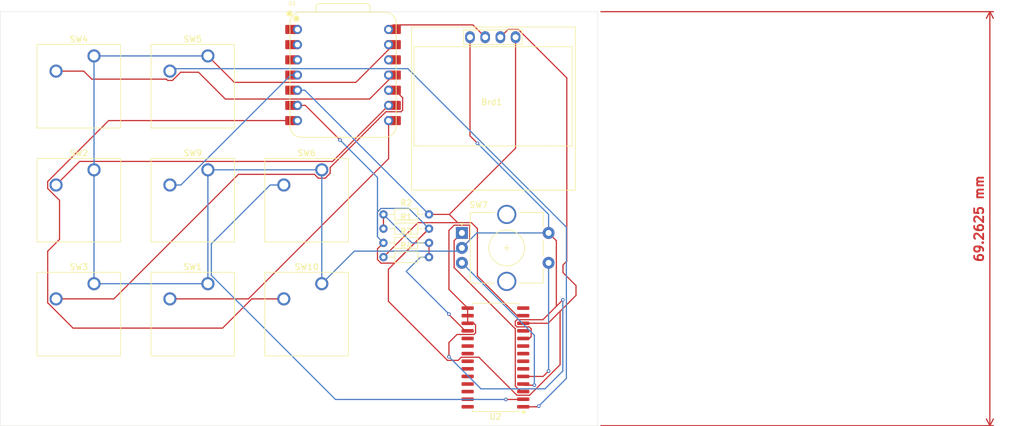
<source format=kicad_pcb>
(kicad_pcb (version 20240108) (generator "pcbnew") (generator_version "8.0")
  (layers (0 "F.Cu" signal) (31 "B.Cu" signal) (34 "B.Paste" user) (35 "F.Paste" user) (36 "B.SilkS" user "B.Silkscreen") (37 "F.SilkS" user "F.Silkscreen") (38 "B.Mask" user) (39 "F.Mask" user) (44 "Edge.Cuts" user))
  (net 0 "")
  (net 1 "GND")
  (net 2 "Net-(U2-GPB2)")
  (net 6 "Net-(U2-GPB5)")
  (net 7 "Net-(U2-GPB4)")
  (net 9 "Net-(U2-GPB3)")
  (net 14 "Net-(U2-GPB7)")
  (net 16 "Net-(Brd1-SCL)")
  (net 19 "Net-(U2-GPB6)")
  (net 20 "Net-(U2-GPB0)")
  (net 22 "Net-(U2-GPB1)")
  (net 23 "+3.3V")
  (net 25 "+5V")
  (net 26 "Net-(U1-GPIO1{slash}RX)")
  (net 27 "Net-(U1-GPIO2{slash}SCK)")
  (net 28 "Net-(U1-GPIO4{slash}MISO)")
  (net 29 "Net-(U1-GPIO3{slash}MOSI)")
  (net 33 "Net-(Brd1-SDA)")
  (net 34 "Net-(U1-GPIO29{slash}ADC3{slash}A3)")
  (net 35 "Net-(U1-GPIO0{slash}TX)")
  (footprint "helppls:SW_Cherry_MX_1.00u_PCB" (layer "F.Cu") (at 159.7025 104.4575)
    (property "Reference" "SW2" (at -2.54 -2.794 0) (layer "F.SilkS"))
    (property "Value" "SW_Push")
    (fp_line (start -9.525 -1.905) (end 4.445 -1.905) (stroke (width 0.12)) (layer "F.SilkS"))
    (fp_line (start -9.525 12.065) (end -9.525 -1.905) (stroke (width 0.12)) (layer "F.SilkS"))
    (fp_line (start 4.445 -1.905) (end 4.445 12.065) (stroke (width 0.12)) (layer "F.SilkS"))
    (fp_line (start 4.445 12.065) (end -9.525 12.065) (stroke (width 0.12)) (layer "F.SilkS"))
    (pad "" np_thru_hole circle (at -7.62 5.08) (size 1.7 1.7) (drill 1.7) (layers "*.Cu" "*.Mask"))
    (pad "" np_thru_hole circle (at -2.54 5.08) (size 4 4) (drill 4) (layers "*.Cu" "*.Mask"))
    (pad "" np_thru_hole circle (at 2.54 5.08) (size 1.7 1.7) (drill 1.7) (layers "*.Cu" "*.Mask"))
    (pad "1" thru_hole circle (at 0 0) (size 2.2 2.2) (drill 1.5) (layers "*.Cu" "*.Mask") (net 1 "GND"))
    (pad "2" thru_hole circle (at -6.35 2.54) (size 2.2 2.2) (drill 1.5) (layers "*.Cu" "*.Mask") (net 27 "Net-(U1-GPIO2{slash}SCK)"))
  )
  (footprint "Resistor_THT:R_Axial_DIN0204_L3.6mm_D1.6mm_P7.62mm_Horizontal" (layer "F.Cu") (at 208.12125 119.0625)
    (property "Reference" "R4" (at 3.81 -1.92 0) (layer "F.SilkS"))
    (property "Value" "R")
    (fp_line (start 0.94 0) (end 1.89 0) (stroke (width 0.12)) (layer "F.SilkS"))
    (fp_line (start 1.89 -0.92) (end 1.89 0.92) (stroke (width 0.12)) (layer "F.SilkS"))
    (fp_line (start 1.89 0.92) (end 5.73 0.92) (stroke (width 0.12)) (layer "F.SilkS"))
    (fp_line (start 5.73 -0.92) (end 1.89 -0.92) (stroke (width 0.12)) (layer "F.SilkS"))
    (fp_line (start 5.73 0.92) (end 5.73 -0.92) (stroke (width 0.12)) (layer "F.SilkS"))
    (fp_line (start 6.68 0) (end 5.73 0) (stroke (width 0.12)) (layer "F.SilkS"))
    (pad "1" thru_hole circle (at 0 0) (size 1.4 1.4) (drill 0.7) (layers "*.Cu" "*.Mask") (net 33 "Net-(Brd1-SDA)"))
    (pad "2" thru_hole oval (at 7.62 0) (size 1.4 1.4) (drill 0.7) (layers "*.Cu" "*.Mask") (net 23 "+3.3V"))
  )
  (footprint "Package_SO:SOIC-28W_7.5x17.9mm_P1.27mm" (layer "F.Cu") (at 226.85375 135.84375 180)
    (property "Reference" "U2" (at 0 -9.9 0) (layer "F.SilkS"))
    (property "Value" "MCP23017_SO")
    (fp_line (start 3.86 9.06) (end 3.86 8.815) (stroke (width 0.12)) (layer "F.SilkS"))
    (fp_line (start 3.86 -9.06) (end 3.86 -8.815) (stroke (width 0.12)) (layer "F.SilkS"))
    (fp_line (start 0 9.06) (end 3.86 9.06) (stroke (width 0.12)) (layer "F.SilkS"))
    (fp_line (start 0 9.06) (end -3.86 9.06) (stroke (width 0.12)) (layer "F.SilkS"))
    (fp_line (start 0 -9.06) (end 3.86 -9.06) (stroke (width 0.12)) (layer "F.SilkS"))
    (fp_line (start 0 -9.06) (end -3.86 -9.06) (stroke (width 0.12)) (layer "F.SilkS"))
    (fp_line (start -3.86 9.06) (end -3.86 8.815) (stroke (width 0.12)) (layer "F.SilkS"))
    (fp_line (start -3.86 -9.06) (end -3.86 -8.815) (stroke (width 0.12)) (layer "F.SilkS"))
    (fp_poly (pts (xy -4.7125 -8.815) (xy -5.0525 -9.285) (xy -4.3725 -9.285) (xy -4.7125 -8.815)) (stroke (width 0.12)) (fill solid) (layer "F.SilkS"))
    (pad "1" smd roundrect (at -4.65 -8.255 180) (size 2.05 0.6) (layers "F.Cu" "F.Paste" "F.Mask") (net 20 "Net-(U2-GPB0)"))
    (pad "2" smd roundrect (at -4.65 -6.985 180) (size 2.05 0.6) (layers "F.Cu" "F.Paste" "F.Mask") (net 22 "Net-(U2-GPB1)"))
    (pad "3" smd roundrect (at -4.65 -5.715 180) (size 2.05 0.6) (layers "F.Cu" "F.Paste" "F.Mask") (net 2 "Net-(U2-GPB2)"))
    (pad "4" smd roundrect (at -4.65 -4.445 180) (size 2.05 0.6) (layers "F.Cu" "F.Paste" "F.Mask") (net 9 "Net-(U2-GPB3)"))
    (pad "5" smd roundrect (at -4.65 -3.175 180) (size 2.05 0.6) (layers "F.Cu" "F.Paste" "F.Mask") (net 7 "Net-(U2-GPB4)"))
    (pad "6" smd roundrect (at -4.65 -1.905 180) (size 2.05 0.6) (layers "F.Cu" "F.Paste" "F.Mask") (net 6 "Net-(U2-GPB5)"))
    (pad "7" smd roundrect (at -4.65 -0.635 180) (size 2.05 0.6) (layers "F.Cu" "F.Paste" "F.Mask") (net 19 "Net-(U2-GPB6)"))
    (pad "8" smd roundrect (at -4.65 0.635 180) (size 2.05 0.6) (layers "F.Cu" "F.Paste" "F.Mask") (net 14 "Net-(U2-GPB7)"))
    (pad "9" smd roundrect (at -4.65 1.905 180) (size 2.05 0.6) (layers "F.Cu" "F.Paste" "F.Mask"))
    (pad "10" smd roundrect (at -4.65 3.175 180) (size 2.05 0.6) (layers "F.Cu" "F.Paste" "F.Mask") (net 1 "GND"))
    (pad "11" smd roundrect (at -4.65 4.445 180) (size 2.05 0.6) (layers "F.Cu" "F.Paste" "F.Mask"))
    (pad "12" smd roundrect (at -4.65 5.715 180) (size 2.05 0.6) (layers "F.Cu" "F.Paste" "F.Mask") (net 16 "Net-(Brd1-SCL)"))
    (pad "13" smd roundrect (at -4.65 6.985 180) (size 2.05 0.6) (layers "F.Cu" "F.Paste" "F.Mask") (net 33 "Net-(Brd1-SDA)"))
    (pad "14" smd roundrect (at -4.65 8.255 180) (size 2.05 0.6) (layers "F.Cu" "F.Paste" "F.Mask"))
    (pad "15" smd roundrect (at 4.65 8.255 180) (size 2.05 0.6) (layers "F.Cu" "F.Paste" "F.Mask") (net 1 "GND"))
    (pad "16" smd roundrect (at 4.65 6.985 180) (size 2.05 0.6) (layers "F.Cu" "F.Paste" "F.Mask") (net 1 "GND"))
    (pad "17" smd roundrect (at 4.65 5.715 180) (size 2.05 0.6) (layers "F.Cu" "F.Paste" "F.Mask") (net 1 "GND"))
    (pad "18" smd roundrect (at 4.65 4.445 180) (size 2.05 0.6) (layers "F.Cu" "F.Paste" "F.Mask") (net 23 "+3.3V"))
    (pad "19" smd roundrect (at 4.65 3.175 180) (size 2.05 0.6) (layers "F.Cu" "F.Paste" "F.Mask"))
    (pad "20" smd roundrect (at 4.65 1.905 180) (size 2.05 0.6) (layers "F.Cu" "F.Paste" "F.Mask"))
    (pad "21" smd roundrect (at 4.65 0.635 180) (size 2.05 0.6) (layers "F.Cu" "F.Paste" "F.Mask"))
    (pad "22" smd roundrect (at 4.65 -0.635 180) (size 2.05 0.6) (layers "F.Cu" "F.Paste" "F.Mask"))
    (pad "23" smd roundrect (at 4.65 -1.905 180) (size 2.05 0.6) (layers "F.Cu" "F.Paste" "F.Mask"))
    (pad "24" smd roundrect (at 4.65 -3.175 180) (size 2.05 0.6) (layers "F.Cu" "F.Paste" "F.Mask"))
    (pad "25" smd roundrect (at 4.65 -4.445 180) (size 2.05 0.6) (layers "F.Cu" "F.Paste" "F.Mask"))
    (pad "26" smd roundrect (at 4.65 -5.715 180) (size 2.05 0.6) (layers "F.Cu" "F.Paste" "F.Mask"))
    (pad "27" smd roundrect (at 4.65 -6.985 180) (size 2.05 0.6) (layers "F.Cu" "F.Paste" "F.Mask"))
    (pad "28" smd roundrect (at 4.65 -8.255 180) (size 2.05 0.6) (layers "F.Cu" "F.Paste" "F.Mask"))
  )
  (footprint "helppls:SW_Cherry_MX_1.00u_PCB" (layer "F.Cu") (at 159.7025 123.5075)
    (property "Reference" "SW3" (at -2.54 -2.794 0) (layer "F.SilkS"))
    (property "Value" "SW_Push")
    (fp_line (start -9.525 -1.905) (end 4.445 -1.905) (stroke (width 0.12)) (layer "F.SilkS"))
    (fp_line (start -9.525 12.065) (end -9.525 -1.905) (stroke (width 0.12)) (layer "F.SilkS"))
    (fp_line (start 4.445 -1.905) (end 4.445 12.065) (stroke (width 0.12)) (layer "F.SilkS"))
    (fp_line (start 4.445 12.065) (end -9.525 12.065) (stroke (width 0.12)) (layer "F.SilkS"))
    (pad "" np_thru_hole circle (at -7.62 5.08) (size 1.7 1.7) (drill 1.7) (layers "*.Cu" "*.Mask"))
    (pad "" np_thru_hole circle (at -2.54 5.08) (size 4 4) (drill 4) (layers "*.Cu" "*.Mask"))
    (pad "" np_thru_hole circle (at 2.54 5.08) (size 1.7 1.7) (drill 1.7) (layers "*.Cu" "*.Mask"))
    (pad "1" thru_hole circle (at 0 0) (size 2.2 2.2) (drill 1.5) (layers "*.Cu" "*.Mask") (net 1 "GND"))
    (pad "2" thru_hole circle (at -6.35 2.54) (size 2.2 2.2) (drill 1.5) (layers "*.Cu" "*.Mask") (net 28 "Net-(U1-GPIO4{slash}MISO)"))
  )
  (footprint "Resistor_THT:R_Axial_DIN0204_L3.6mm_D1.6mm_P7.62mm_Horizontal" (layer "F.Cu") (at 208.12125 116.68125)
    (property "Reference" "R3" (at 3.81 -1.92 0) (layer "F.SilkS"))
    (property "Value" "R")
    (fp_line (start 0.94 0) (end 1.89 0) (stroke (width 0.12)) (layer "F.SilkS"))
    (fp_line (start 1.89 -0.92) (end 1.89 0.92) (stroke (width 0.12)) (layer "F.SilkS"))
    (fp_line (start 1.89 0.92) (end 5.73 0.92) (stroke (width 0.12)) (layer "F.SilkS"))
    (fp_line (start 5.73 -0.92) (end 1.89 -0.92) (stroke (width 0.12)) (layer "F.SilkS"))
    (fp_line (start 5.73 0.92) (end 5.73 -0.92) (stroke (width 0.12)) (layer "F.SilkS"))
    (fp_line (start 6.68 0) (end 5.73 0) (stroke (width 0.12)) (layer "F.SilkS"))
    (pad "1" thru_hole circle (at 0 0) (size 1.4 1.4) (drill 0.7) (layers "*.Cu" "*.Mask") (net 16 "Net-(Brd1-SCL)"))
    (pad "2" thru_hole oval (at 7.62 0) (size 1.4 1.4) (drill 0.7) (layers "*.Cu" "*.Mask") (net 23 "+3.3V"))
  )
  (footprint "helppls:SW_Cherry_MX_1.00u_PCB" (layer "F.Cu") (at 197.8025 104.4575)
    (property "Reference" "SW6" (at -2.54 -2.794 0) (layer "F.SilkS"))
    (property "Value" "SW_Push")
    (fp_line (start -9.525 -1.905) (end 4.445 -1.905) (stroke (width 0.12)) (layer "F.SilkS"))
    (fp_line (start -9.525 12.065) (end -9.525 -1.905) (stroke (width 0.12)) (layer "F.SilkS"))
    (fp_line (start 4.445 -1.905) (end 4.445 12.065) (stroke (width 0.12)) (layer "F.SilkS"))
    (fp_line (start 4.445 12.065) (end -9.525 12.065) (stroke (width 0.12)) (layer "F.SilkS"))
    (pad "" np_thru_hole circle (at -7.62 5.08) (size 1.7 1.7) (drill 1.7) (layers "*.Cu" "*.Mask"))
    (pad "" np_thru_hole circle (at -2.54 5.08) (size 4 4) (drill 4) (layers "*.Cu" "*.Mask"))
    (pad "" np_thru_hole circle (at 2.54 5.08) (size 1.7 1.7) (drill 1.7) (layers "*.Cu" "*.Mask"))
    (pad "1" thru_hole circle (at 0 0) (size 2.2 2.2) (drill 1.5) (layers "*.Cu" "*.Mask") (net 1 "GND"))
    (pad "2" thru_hole circle (at -6.35 2.54) (size 2.2 2.2) (drill 1.5) (layers "*.Cu" "*.Mask") (net 22 "Net-(U2-GPB1)"))
  )
  (footprint "helppls:128x64OLED" (layer "F.Cu") (at 226.21875 92.86875)
    (property "Reference" "Brd1" (at 0 0.254 0) (layer "F.SilkS"))
    (property "Value" "SSD1306")
    (fp_line (start -13.4 -12.3) (end 14 -12.3) (stroke (width 0.12)) (layer "F.SilkS"))
    (fp_line (start -13.4 15) (end -13.4 -12.3) (stroke (width 0.12)) (layer "F.SilkS"))
    (fp_line (start -12.978 -9.005) (end 10.122 -9.005) (stroke (width 0.12)) (layer "F.SilkS"))
    (fp_line (start -12.978 7.595) (end -12.978 -9.005) (stroke (width 0.12)) (layer "F.SilkS"))
    (fp_line (start -4.699 -11.811) (end -4.699 -9.398) (stroke (width 0.12)) (layer "F.SilkS"))
    (fp_line (start -4.699 -11.811) (end 5.08 -11.811) (stroke (width 0.12)) (layer "F.SilkS"))
    (fp_line (start 5.08 -11.811) (end 5.08 -9.398) (stroke (width 0.12)) (layer "F.SilkS"))
    (fp_line (start 5.08 -9.398) (end -4.699 -9.398) (stroke (width 0.12)) (layer "F.SilkS"))
    (fp_line (start 10.122 -9.005) (end 13.208 -9.005) (stroke (width 0.12)) (layer "F.SilkS"))
    (fp_line (start 10.122 7.595) (end -12.978 7.595) (stroke (width 0.12)) (layer "F.SilkS"))
    (fp_line (start 10.122 7.595) (end 13.462 7.62) (stroke (width 0.12)) (layer "F.SilkS"))
    (fp_line (start 13.462 -9.017) (end 13.208 -9.005) (stroke (width 0.12)) (layer "F.SilkS"))
    (fp_line (start 13.462 7.62) (end 13.462 -9.017) (stroke (width 0.12)) (layer "F.SilkS"))
    (fp_line (start 14 -12.3) (end 14 15) (stroke (width 0.12)) (layer "F.SilkS"))
    (fp_line (start 14 15) (end -13.4 15) (stroke (width 0.12)) (layer "F.SilkS"))
    (pad "1" thru_hole oval (at -3.62 -10.6 90) (size 2 1.6) (drill 1) (layers "*.Cu" "*.Mask") (net 1 "GND"))
    (pad "2" thru_hole oval (at -1.08 -10.6 90) (size 2 1.6) (drill 1) (layers "*.Cu" "*.Mask") (net 25 "+5V"))
    (pad "3" thru_hole oval (at 1.46 -10.6 90) (size 2 1.6) (drill 1) (layers "*.Cu" "*.Mask") (net 16 "Net-(Brd1-SCL)"))
    (pad "4" thru_hole oval (at 4 -10.6 90) (size 2 1.6) (drill 1) (layers "*.Cu" "*.Mask") (net 33 "Net-(Brd1-SDA)"))
  )
  (footprint "helppls:SW_Cherry_MX_1.00u_PCB" (layer "F.Cu") (at 197.8025 123.5075)
    (property "Reference" "SW10" (at -2.54 -2.794 0) (layer "F.SilkS"))
    (property "Value" "SW_Push")
    (fp_line (start -9.525 -1.905) (end 4.445 -1.905) (stroke (width 0.12)) (layer "F.SilkS"))
    (fp_line (start -9.525 12.065) (end -9.525 -1.905) (stroke (width 0.12)) (layer "F.SilkS"))
    (fp_line (start 4.445 -1.905) (end 4.445 12.065) (stroke (width 0.12)) (layer "F.SilkS"))
    (fp_line (start 4.445 12.065) (end -9.525 12.065) (stroke (width 0.12)) (layer "F.SilkS"))
    (pad "" np_thru_hole circle (at -7.62 5.08) (size 1.7 1.7) (drill 1.7) (layers "*.Cu" "*.Mask"))
    (pad "" np_thru_hole circle (at -2.54 5.08) (size 4 4) (drill 4) (layers "*.Cu" "*.Mask"))
    (pad "" np_thru_hole circle (at 2.54 5.08) (size 1.7 1.7) (drill 1.7) (layers "*.Cu" "*.Mask"))
    (pad "1" thru_hole circle (at 0 0) (size 2.2 2.2) (drill 1.5) (layers "*.Cu" "*.Mask") (net 1 "GND"))
    (pad "2" thru_hole circle (at -6.35 2.54) (size 2.2 2.2) (drill 1.5) (layers "*.Cu" "*.Mask") (net 35 "Net-(U1-GPIO0{slash}TX)"))
  )
  (footprint "helppls:XIAO-RP2040-DIP" (layer "F.Cu") (at 201.36 88.6)
    (property "Reference" "U1" (at -8.5 -12 0) (layer "F.SilkS") (effects (font (size 0.635 0.635) (thickness 0.1016))))
    (property "Value" "XIAO-RP2040-DIP")
    (fp_line (start -8.89 8.509) (end -8.89 -8.636) (stroke (width 0.127)) (layer "F.SilkS"))
    (fp_line (start -6.985 10.414) (end 6.985 10.414) (stroke (width 0.127)) (layer "F.SilkS"))
    (fp_line (start -4.495 -10.541) (end -4.491272 -11.451272) (stroke (width 0.127)) (layer "F.SilkS"))
    (fp_line (start -3.991272 -11.951) (end 4.004 -11.951) (stroke (width 0.127)) (layer "F.SilkS"))
    (fp_line (start 4.504 -11.451) (end 4.504 -10.541) (stroke (width 0.127)) (layer "F.SilkS"))
    (fp_line (start 6.985 -10.541) (end -6.985 -10.541) (stroke (width 0.1)) (layer "F.SilkS"))
    (fp_line (start 6.985 -10.541) (end -6.985 -10.541) (stroke (width 0.127)) (layer "F.SilkS"))
    (fp_line (start 8.89 8.509) (end 8.89 -8.636) (stroke (width 0.127)) (layer "F.SilkS"))
    (fp_arc (start -8.89 -8.636) (mid -8.332038 -9.983038) (end -6.985 -10.541) (stroke (width 0.127)) (layer "F.SilkS"))
    (fp_arc (start -6.985 10.414) (mid -8.332038 9.856038) (end -8.89 8.509) (stroke (width 0.127)) (layer "F.SilkS"))
    (fp_arc (start -4.491272 -11.451272) (mid -4.344724 -11.804644) (end -3.991272 -11.951) (stroke (width 0.127)) (layer "F.SilkS"))
    (fp_arc (start 4.004 -11.951) (mid 4.357553 -11.804553) (end 4.504 -11.451) (stroke (width 0.127)) (layer "F.SilkS"))
    (fp_arc (start 6.985 -10.541) (mid 8.332038 -9.983038) (end 8.89 -8.636) (stroke (width 0.127)) (layer "F.SilkS"))
    (fp_arc (start 8.89 8.509) (mid 8.332038 9.856038) (end 6.985 10.414) (stroke (width 0.127)) (layer "F.SilkS"))
    (fp_circle (center -8.95 -10.3) (end -8.95 -10.554) (stroke (width 0.5)) (fill solid) (layer "F.SilkS"))
    (fp_circle (center -7.807 -9.42) (end -7.807 -9.674) (stroke (width 0.5)) (fill solid) (layer "F.SilkS"))
    (pad "1" smd roundrect (at -8.455 -7.62 180) (size 2.432 1.524) (layers "F.Cu" "F.Mask") (roundrect_rratio 0.1))
    (pad "1" thru_hole circle (at -7.62 -7.62 180) (size 1.524 1.524) (drill 0.889) (layers "*.Cu" "*.Mask"))
    (pad "2" smd roundrect (at -8.455 -5.08 180) (size 2.432 1.524) (layers "F.Cu" "F.Mask") (roundrect_rratio 0.1))
    (pad "2" thru_hole circle (at -7.62 -5.08 180) (size 1.524 1.524) (drill 0.889) (layers "*.Cu" "*.Mask"))
    (pad "3" smd roundrect (at -8.455 -2.54 180) (size 2.432 1.524) (layers "F.Cu" "F.Mask") (roundrect_rratio 0.1))
    (pad "3" thru_hole circle (at -7.62 -2.54 180) (size 1.524 1.524) (drill 0.889) (layers "*.Cu" "*.Mask"))
    (pad "4" smd roundrect (at -8.455 0 180) (size 2.432 1.524) (layers "F.Cu" "F.Mask") (roundrect_rratio 0.1) (net 34 "Net-(U1-GPIO29{slash}ADC3{slash}A3)"))
    (pad "4" thru_hole circle (at -7.62 0 180) (size 1.524 1.524) (drill 0.889) (layers "*.Cu" "*.Mask") (net 34 "Net-(U1-GPIO29{slash}ADC3{slash}A3)"))
    (pad "5" smd roundrect (at -8.455 2.54 180) (size 2.432 1.524) (layers "F.Cu" "F.Mask") (roundrect_rratio 0.1) (net 33 "Net-(Brd1-SDA)"))
    (pad "5" thru_hole circle (at -7.62 2.54 180) (size 1.524 1.524) (drill 0.889) (layers "*.Cu" "*.Mask") (net 33 "Net-(Brd1-SDA)"))
    (pad "6" smd roundrect (at -8.455 5.08 180) (size 2.432 1.524) (layers "F.Cu" "F.Mask") (roundrect_rratio 0.1) (net 16 "Net-(Brd1-SCL)"))
    (pad "6" thru_hole circle (at -7.62 5.08 180) (size 1.524 1.524) (drill 0.889) (layers "*.Cu" "*.Mask") (net 16 "Net-(Brd1-SCL)"))
    (pad "7" smd roundrect (at -8.455 7.62 180) (size 2.432 1.524) (layers "F.Cu" "F.Mask") (roundrect_rratio 0.1) (net 35 "Net-(U1-GPIO0{slash}TX)"))
    (pad "7" thru_hole circle (at -7.62 7.62 180) (size 1.524 1.524) (drill 0.889) (layers "*.Cu" "*.Mask") (net 35 "Net-(U1-GPIO0{slash}TX)"))
    (pad "8" thru_hole circle (at 7.62 7.62) (size 1.524 1.524) (drill 0.889) (layers "*.Cu" "*.Mask") (net 26 "Net-(U1-GPIO1{slash}RX)"))
    (pad "8" smd roundrect (at 8.455 7.62) (size 2.432 1.524) (layers "F.Cu" "F.Mask") (roundrect_rratio 0.1) (net 26 "Net-(U1-GPIO1{slash}RX)"))
    (pad "9" thru_hole circle (at 7.62 5.08) (size 1.524 1.524) (drill 0.889) (layers "*.Cu" "*.Mask") (net 27 "Net-(U1-GPIO2{slash}SCK)"))
    (pad "9" smd roundrect (at 8.455 5.08) (size 2.432 1.524) (layers "F.Cu" "F.Mask") (roundrect_rratio 0.1) (net 27 "Net-(U1-GPIO2{slash}SCK)"))
    (pad "10" thru_hole circle (at 7.62 2.54) (size 1.524 1.524) (drill 0.889) (layers "*.Cu" "*.Mask") (net 28 "Net-(U1-GPIO4{slash}MISO)"))
    (pad "10" smd roundrect (at 8.455 2.54) (size 2.432 1.524) (layers "F.Cu" "F.Mask") (roundrect_rratio 0.1) (net 28 "Net-(U1-GPIO4{slash}MISO)"))
    (pad "11" thru_hole circle (at 7.62 0) (size 1.524 1.524) (drill 0.889) (layers "*.Cu" "*.Mask") (net 29 "Net-(U1-GPIO3{slash}MOSI)"))
    (pad "11" smd roundrect (at 8.455 0) (size 2.432 1.524) (layers "F.Cu" "F.Mask") (roundrect_rratio 0.1) (net 29 "Net-(U1-GPIO3{slash}MOSI)"))
    (pad "12" thru_hole circle (at 7.62 -2.54) (size 1.524 1.524) (drill 0.889) (layers "*.Cu" "*.Mask"))
    (pad "12" smd roundrect (at 8.455 -2.54) (size 2.432 1.524) (layers "F.Cu" "F.Mask") (roundrect_rratio 0.1))
    (pad "13" thru_hole circle (at 7.62 -5.08) (size 1.524 1.524) (drill 0.889) (layers "*.Cu" "*.Mask") (net 1 "GND"))
    (pad "13" smd roundrect (at 8.455 -5.08) (size 2.432 1.524) (layers "F.Cu" "F.Mask") (roundrect_rratio 0.1) (net 1 "GND"))
    (pad "14" thru_hole circle (at 7.62 -7.62) (size 1.524 1.524) (drill 0.889) (layers "*.Cu" "*.Mask") (net 25 "+5V"))
    (pad "14" smd roundrect (at 8.455 -7.62) (size 2.432 1.524) (layers "F.Cu" "F.Mask") (roundrect_rratio 0.1) (net 25 "+5V"))
  )
  (footprint "helppls:SW_Cherry_MX_1.00u_PCB" (layer "F.Cu") (at 159.7025 85.4075)
    (property "Reference" "SW4" (at -2.54 -2.794 0) (layer "F.SilkS"))
    (property "Value" "SW_Push")
    (fp_line (start -9.525 -1.905) (end 4.445 -1.905) (stroke (width 0.12)) (layer "F.SilkS"))
    (fp_line (start -9.525 12.065) (end -9.525 -1.905) (stroke (width 0.12)) (layer "F.SilkS"))
    (fp_line (start 4.445 -1.905) (end 4.445 12.065) (stroke (width 0.12)) (layer "F.SilkS"))
    (fp_line (start 4.445 12.065) (end -9.525 12.065) (stroke (width 0.12)) (layer "F.SilkS"))
    (pad "" np_thru_hole circle (at -7.62 5.08) (size 1.7 1.7) (drill 1.7) (layers "*.Cu" "*.Mask"))
    (pad "" np_thru_hole circle (at -2.54 5.08) (size 4 4) (drill 4) (layers "*.Cu" "*.Mask"))
    (pad "" np_thru_hole circle (at 2.54 5.08) (size 1.7 1.7) (drill 1.7) (layers "*.Cu" "*.Mask"))
    (pad "1" thru_hole circle (at 0 0) (size 2.2 2.2) (drill 1.5) (layers "*.Cu" "*.Mask") (net 1 "GND"))
    (pad "2" thru_hole circle (at -6.35 2.54) (size 2.2 2.2) (drill 1.5) (layers "*.Cu" "*.Mask") (net 29 "Net-(U1-GPIO3{slash}MOSI)"))
  )
  (footprint "helppls:SW_Cherry_MX_1.00u_PCB" (layer "F.Cu") (at 178.7525 104.4575)
    (property "Reference" "SW9" (at -2.54 -2.794 0) (layer "F.SilkS"))
    (property "Value" "SW_Push")
    (fp_line (start -9.525 -1.905) (end 4.445 -1.905) (stroke (width 0.12)) (layer "F.SilkS"))
    (fp_line (start -9.525 12.065) (end -9.525 -1.905) (stroke (width 0.12)) (layer "F.SilkS"))
    (fp_line (start 4.445 -1.905) (end 4.445 12.065) (stroke (width 0.12)) (layer "F.SilkS"))
    (fp_line (start 4.445 12.065) (end -9.525 12.065) (stroke (width 0.12)) (layer "F.SilkS"))
    (pad "" np_thru_hole circle (at -7.62 5.08) (size 1.7 1.7) (drill 1.7) (layers "*.Cu" "*.Mask"))
    (pad "" np_thru_hole circle (at -2.54 5.08) (size 4 4) (drill 4) (layers "*.Cu" "*.Mask"))
    (pad "" np_thru_hole circle (at 2.54 5.08) (size 1.7 1.7) (drill 1.7) (layers "*.Cu" "*.Mask"))
    (pad "1" thru_hole circle (at 0 0) (size 2.2 2.2) (drill 1.5) (layers "*.Cu" "*.Mask") (net 1 "GND"))
    (pad "2" thru_hole circle (at -6.35 2.54) (size 2.2 2.2) (drill 1.5) (layers "*.Cu" "*.Mask") (net 34 "Net-(U1-GPIO29{slash}ADC3{slash}A3)"))
  )
  (footprint "helppls:SW_Cherry_MX_1.00u_PCB" (layer "F.Cu") (at 178.7525 85.4075)
    (property "Reference" "SW5" (at -2.54 -2.794 0) (layer "F.SilkS"))
    (property "Value" "SW_Push")
    (fp_line (start -9.525 -1.905) (end 4.445 -1.905) (stroke (width 0.12)) (layer "F.SilkS"))
    (fp_line (start -9.525 12.065) (end -9.525 -1.905) (stroke (width 0.12)) (layer "F.SilkS"))
    (fp_line (start 4.445 -1.905) (end 4.445 12.065) (stroke (width 0.12)) (layer "F.SilkS"))
    (fp_line (start 4.445 12.065) (end -9.525 12.065) (stroke (width 0.12)) (layer "F.SilkS"))
    (pad "" np_thru_hole circle (at -7.62 5.08) (size 1.7 1.7) (drill 1.7) (layers "*.Cu" "*.Mask"))
    (pad "" np_thru_hole circle (at -2.54 5.08) (size 4 4) (drill 4) (layers "*.Cu" "*.Mask"))
    (pad "" np_thru_hole circle (at 2.54 5.08) (size 1.7 1.7) (drill 1.7) (layers "*.Cu" "*.Mask"))
    (pad "1" thru_hole circle (at 0 0) (size 2.2 2.2) (drill 1.5) (layers "*.Cu" "*.Mask") (net 1 "GND"))
    (pad "2" thru_hole circle (at -6.35 2.54) (size 2.2 2.2) (drill 1.5) (layers "*.Cu" "*.Mask") (net 20 "Net-(U2-GPB0)"))
  )
  (footprint "helppls:RotaryEncoder_Alps_EC11E-Switch_Vertical_H20mm_CircularMountingHoles" (layer "F.Cu") (at 221.24375 115.01875)
    (property "Reference" "SW7" (at 2.8 -4.7 0) (layer "F.SilkS"))
    (property "Value" "RotaryEncoder_Switch")
    (fp_line (start -0.3 -1.6) (end 0.3 -1.6) (stroke (width 0.12)) (layer "F.SilkS"))
    (fp_line (start 0 -1.3) (end -0.3 -1.6) (stroke (width 0.12)) (layer "F.SilkS"))
    (fp_line (start 0.3 -1.6) (end 0 -1.3) (stroke (width 0.12)) (layer "F.SilkS"))
    (fp_line (start 1.4 -3.4) (end 1.4 8.4) (stroke (width 0.12)) (layer "F.SilkS"))
    (fp_line (start 5.5 -3.4) (end 1.4 -3.4) (stroke (width 0.12)) (layer "F.SilkS"))
    (fp_line (start 5.5 8.4) (end 1.4 8.4) (stroke (width 0.12)) (layer "F.SilkS"))
    (fp_line (start 7 2.5) (end 8 2.5) (stroke (width 0.12)) (layer "F.SilkS"))
    (fp_line (start 7.5 2) (end 7.5 3) (stroke (width 0.12)) (layer "F.SilkS"))
    (fp_line (start 9.5 -3.4) (end 13.6 -3.4) (stroke (width 0.12)) (layer "F.SilkS"))
    (fp_line (start 13.6 -3.4) (end 13.6 -1) (stroke (width 0.12)) (layer "F.SilkS"))
    (fp_line (start 13.6 1.2) (end 13.6 3.8) (stroke (width 0.12)) (layer "F.SilkS"))
    (fp_line (start 13.6 6) (end 13.6 8.4) (stroke (width 0.12)) (layer "F.SilkS"))
    (fp_line (start 13.6 8.4) (end 9.5 8.4) (stroke (width 0.12)) (layer "F.SilkS"))
    (fp_circle (center 7.5 2.5) (end 10.5 2.5) (stroke (width 0.12)) (fill none) (layer "F.SilkS"))
    (pad "A" thru_hole rect (at 0 0) (size 2 2) (drill 1) (layers "*.Cu" "*.Mask") (net 2 "Net-(U2-GPB2)"))
    (pad "B" thru_hole circle (at 0 5) (size 2 2) (drill 1) (layers "*.Cu" "*.Mask") (net 9 "Net-(U2-GPB3)"))
    (pad "C" thru_hole circle (at 0 2.5) (size 2 2) (drill 1) (layers "*.Cu" "*.Mask") (net 1 "GND"))
    (pad "MP" thru_hole circle (at 7.5 -3.1) (size 3.2 3.2) (drill 2.6) (layers "*.Cu" "*.Mask"))
    (pad "MP" thru_hole circle (at 7.5 8.1) (size 3.2 3.2) (drill 2.6) (layers "*.Cu" "*.Mask"))
    (pad "S1" thru_hole circle (at 14.5 5) (size 2 2) (drill 1) (layers "*.Cu" "*.Mask") (net 7 "Net-(U2-GPB4)"))
    (pad "S2" thru_hole circle (at 14.5 0) (size 2 2) (drill 1) (layers "*.Cu" "*.Mask") (net 1 "GND"))
  )
  (footprint "Resistor_THT:R_Axial_DIN0204_L3.6mm_D1.6mm_P7.62mm_Horizontal" (layer "F.Cu") (at 208.12125 114.3)
    (property "Reference" "R1" (at 3.81 -1.92 0) (layer "F.SilkS"))
    (property "Value" "R")
    (fp_line (start 0.94 0) (end 1.89 0) (stroke (width 0.12)) (layer "F.SilkS"))
    (fp_line (start 1.89 -0.92) (end 1.89 0.92) (stroke (width 0.12)) (layer "F.SilkS"))
    (fp_line (start 1.89 0.92) (end 5.73 0.92) (stroke (width 0.12)) (layer "F.SilkS"))
    (fp_line (start 5.73 -0.92) (end 1.89 -0.92) (stroke (width 0.12)) (layer "F.SilkS"))
    (fp_line (start 5.73 0.92) (end 5.73 -0.92) (stroke (width 0.12)) (layer "F.SilkS"))
    (fp_line (start 6.68 0) (end 5.73 0) (stroke (width 0.12)) (layer "F.SilkS"))
    (pad "1" thru_hole circle (at 0 0) (size 1.4 1.4) (drill 0.7) (layers "*.Cu" "*.Mask") (net 23 "+3.3V"))
    (pad "2" thru_hole oval (at 7.62 0) (size 1.4 1.4) (drill 0.7) (layers "*.Cu" "*.Mask") (net 16 "Net-(Brd1-SCL)"))
  )
  (footprint "Resistor_THT:R_Axial_DIN0204_L3.6mm_D1.6mm_P7.62mm_Horizontal" (layer "F.Cu") (at 208.12125 111.91875)
    (property "Reference" "R2" (at 3.81 -1.92 0) (layer "F.SilkS"))
    (property "Value" "R")
    (fp_line (start 0.94 0) (end 1.89 0) (stroke (width 0.12)) (layer "F.SilkS"))
    (fp_line (start 1.89 -0.92) (end 1.89 0.92) (stroke (width 0.12)) (layer "F.SilkS"))
    (fp_line (start 1.89 0.92) (end 5.73 0.92) (stroke (width 0.12)) (layer "F.SilkS"))
    (fp_line (start 5.73 -0.92) (end 1.89 -0.92) (stroke (width 0.12)) (layer "F.SilkS"))
    (fp_line (start 5.73 0.92) (end 5.73 -0.92) (stroke (width 0.12)) (layer "F.SilkS"))
    (fp_line (start 6.68 0) (end 5.73 0) (stroke (width 0.12)) (layer "F.SilkS"))
    (pad "1" thru_hole circle (at 0 0) (size 1.4 1.4) (drill 0.7) (layers "*.Cu" "*.Mask") (net 23 "+3.3V"))
    (pad "2" thru_hole oval (at 7.62 0) (size 1.4 1.4) (drill 0.7) (layers "*.Cu" "*.Mask") (net 33 "Net-(Brd1-SDA)"))
  )
  (footprint "helppls:SW_Cherry_MX_1.00u_PCB" (layer "F.Cu") (at 178.7525 123.5075)
    (property "Reference" "SW1" (at -2.54 -2.794 0) (layer "F.SilkS"))
    (property "Value" "SW_Push")
    (fp_line (start -9.525 -1.905) (end 4.445 -1.905) (stroke (width 0.12)) (layer "F.SilkS"))
    (fp_line (start -9.525 12.065) (end -9.525 -1.905) (stroke (width 0.12)) (layer "F.SilkS"))
    (fp_line (start 4.445 -1.905) (end 4.445 12.065) (stroke (width 0.12)) (layer "F.SilkS"))
    (fp_line (start 4.445 12.065) (end -9.525 12.065) (stroke (width 0.12)) (layer "F.SilkS"))
    (pad "" np_thru_hole circle (at -7.62 5.08) (size 1.7 1.7) (drill 1.7) (layers "*.Cu" "*.Mask"))
    (pad "" np_thru_hole circle (at -2.54 5.08) (size 4 4) (drill 4) (layers "*.Cu" "*.Mask"))
    (pad "" np_thru_hole circle (at 2.54 5.08) (size 1.7 1.7) (drill 1.7) (layers "*.Cu" "*.Mask"))
    (pad "1" thru_hole circle (at 0 0) (size 2.2 2.2) (drill 1.5) (layers "*.Cu" "*.Mask") (net 1 "GND"))
    (pad "2" thru_hole circle (at -6.35 2.54) (size 2.2 2.2) (drill 1.5) (layers "*.Cu" "*.Mask") (net 26 "Net-(U1-GPIO1{slash}RX)"))
  )
  (gr_rect (start 144 78) (end 244 147.2625) (stroke (width 0.05)) (fill none) (layer "Edge.Cuts"))
  (dimension (type aligned) (layer "F.Cu") (pts (xy 244 78) (xy 244 147.2625)) (height -65.5625) (gr_text "69.2625 mm" (at 307.7625 112.63125 90) (layer "F.Cu") (effects (font (size 1.5 1.5) (thickness 0.3)))) (format (prefix "") (suffix "") (units 3) (units_format 1) (precision 4)) (style (thickness 0.2) (arrow_length 1.27) (text_position_mode 0) (extension_height 0.58642) (extension_offset 0.5) keep_text_aligned))
  (segment (start 220.42625 131.99875) (end 219.075 133.35) (width 0.2) (layer "F.Cu") (net 1))
  (segment (start 222.59875 82.26875) (end 222.59875 98.77375) (width 0.2) (layer "F.Cu") (net 1))
  (segment (start 238.125 126.20625) (end 237.04375 127.2875) (width 0.2) (layer "F.Cu") (net 1))
  (segment (start 222.20375 130.12875) (end 223.228749 130.12875) (width 0.2) (layer "F.Cu") (net 1))
  (segment (start 223.52875 130.428751) (end 223.52875 131.739302) (width 0.2) (layer "F.Cu") (net 1))
  (segment (start 232.499302 130.72875) (end 232.82875 131.058198) (width 0.2) (layer "F.Cu") (net 1))
  (segment (start 223.228749 130.12875) (end 223.52875 130.428751) (width 0.2) (layer "F.Cu") (net 1))
  (segment (start 219.075 133.35) (end 219.075 135.73125) (width 0.2) (layer "F.Cu") (net 1))
  (segment (start 237.04375 116.31875) (end 237.04375 127.2875) (width 0.2) (layer "F.Cu") (net 1))
  (segment (start 235.74375 115.01875) (end 237.04375 116.31875) (width 0.2) (layer "F.Cu") (net 1))
  (segment (start 232.528749 132.66875) (end 231.50375 132.66875) (width 0.2) (layer "F.Cu") (net 1))
  (segment (start 219.075 124.46) (end 222.20375 127.58875) (width 0.2) (layer "F.Cu") (net 1))
  (segment (start 223.52875 131.739302) (end 223.269302 131.99875) (width 0.2) (layer "F.Cu") (net 1))
  (segment (start 222.54375 116.21875) (end 222.54375 113.71875) (width 0.2) (layer "F.Cu") (net 1))
  (segment (start 222.54375 113.71875) (end 219.94375 113.71875) (width 0.2) (layer "F.Cu") (net 1))
  (segment (start 232.82875 132.368749) (end 232.528749 132.66875) (width 0.2) (layer "F.Cu") (net 1))
  (segment (start 237.04375 127.2875) (end 234.8025 129.52875) (width 0.2) (layer "F.Cu") (net 1))
  (segment (start 230.438198 129.52875) (end 230.17875 129.788198) (width 0.2) (layer "F.Cu") (net 1))
  (segment (start 222.59875 98.77375) (end 223.8375 100.0125) (width 0.2) (layer "F.Cu") (net 1))
  (segment (start 183.175 89.83) (end 178.7525 85.4075) (width 0.2) (layer "F.Cu") (net 1))
  (segment (start 221.24375 117.51875) (end 222.54375 116.21875) (width 0.2) (layer "F.Cu") (net 1))
  (segment (start 219.075 114.5875) (end 219.075 124.46) (width 0.2) (layer "F.Cu") (net 1))
  (segment (start 230.438198 130.72875) (end 232.499302 130.72875) (width 0.2) (layer "F.Cu") (net 1))
  (segment (start 230.17875 130.469302) (end 230.438198 130.72875) (width 0.2) (layer "F.Cu") (net 1))
  (segment (start 222.20375 127.58875) (end 222.20375 128.85875) (width 0.2) (layer "F.Cu") (net 1))
  (segment (start 232.82875 131.058198) (end 232.82875 132.368749) (width 0.2) (layer "F.Cu") (net 1))
  (segment (start 222.20375 128.85875) (end 222.20375 130.12875) (width 0.2) (layer "F.Cu") (net 1))
  (segment (start 234.8025 129.52875) (end 230.438198 129.52875) (width 0.2) (layer "F.Cu") (net 1))
  (segment (start 223.269302 131.99875) (end 220.42625 131.99875) (width 0.2) (layer "F.Cu") (net 1))
  (segment (start 209.815 83.52) (end 203.505 89.83) (width 0.2) (layer "F.Cu") (net 1))
  (segment (start 230.17875 129.788198) (end 230.17875 130.469302) (width 0.2) (layer "F.Cu") (net 1))
  (segment (start 219.94375 113.71875) (end 219.075 114.5875) (width 0.2) (layer "F.Cu") (net 1))
  (segment (start 203.505 89.83) (end 183.175 89.83) (width 0.2) (layer "F.Cu") (net 1))
  (via (at 219.075 135.73125) (size 0.6) (drill 0.3) (layers "F.Cu" "B.Cu") (net 1))
  (via (at 238.125 126.20625) (size 0.6) (drill 0.3) (layers "F.Cu" "B.Cu") (net 1))
  (via (at 223.8375 100.0125) (size 0.6) (drill 0.3) (layers "F.Cu" "B.Cu") (net 1))
  (segment (start 235.14375 141.09375) (end 238.125 138.1125) (width 0.2) (layer "B.Cu") (net 1))
  (segment (start 223.74375 115.01875) (end 221.24375 117.51875) (width 0.2) (layer "B.Cu") (net 1))
  (segment (start 197.8025 104.4575) (end 178.7525 104.4575) (width 0.2) (layer "B.Cu") (net 1))
  (segment (start 159.7025 85.4075) (end 178.7525 85.4075) (width 0.2) (layer "B.Cu") (net 1))
  (segment (start 224.4375 141.09375) (end 235.14375 141.09375) (width 0.2) (layer "B.Cu") (net 1))
  (segment (start 197.8025 123.5075) (end 197.8025 104.4575) (width 0.2) (layer "B.Cu") (net 1))
  (segment (start 178.7525 104.4575) (end 178.7525 123.5075) (width 0.2) (layer "B.Cu") (net 1))
  (segment (start 223.8375 100.0125) (end 235.74375 111.91875) (width 0.2) (layer "B.Cu") (net 1))
  (segment (start 235.74375 115.01875) (end 223.74375 115.01875) (width 0.2) (layer "B.Cu") (net 1))
  (segment (start 220.7 118.0625) (end 203.2475 118.0625) (width 0.2) (layer "B.Cu") (net 1))
  (segment (start 203.2475 118.0625) (end 197.8025 123.5075) (width 0.2) (layer "B.Cu") (net 1))
  (segment (start 159.7025 123.5075) (end 159.7025 104.4575) (width 0.2) (layer "B.Cu") (net 1))
  (segment (start 221.24375 117.51875) (end 220.7 118.0625) (width 0.2) (layer "B.Cu") (net 1))
  (segment (start 238.125 138.1125) (end 238.125 126.20625) (width 0.2) (layer "B.Cu") (net 1))
  (segment (start 235.74375 111.91875) (end 235.74375 115.01875) (width 0.2) (layer "B.Cu") (net 1))
  (segment (start 219.075 135.73125) (end 224.4375 141.09375) (width 0.2) (layer "B.Cu") (net 1))
  (segment (start 159.7025 104.4575) (end 159.7025 85.4075) (width 0.2) (layer "B.Cu") (net 1))
  (segment (start 178.7525 123.5075) (end 159.7025 123.5075) (width 0.2) (layer "B.Cu") (net 1))
  (segment (start 219.94375 116.31875) (end 219.94375 120.823198) (width 0.2) (layer "F.Cu") (net 2))
  (segment (start 230.17875 131.058198) (end 230.17875 140.629302) (width 0.2) (layer "F.Cu") (net 2))
  (segment (start 219.94375 120.823198) (end 230.17875 131.058198) (width 0.2) (layer "F.Cu") (net 2))
  (segment (start 231.108198 141.55875) (end 231.50375 141.55875) (width 0.2) (layer "F.Cu") (net 2))
  (segment (start 221.24375 115.01875) (end 219.94375 116.31875) (width 0.2) (layer "F.Cu") (net 2))
  (segment (start 230.17875 140.629302) (end 231.108198 141.55875) (width 0.2) (layer "F.Cu") (net 2))
  (segment (start 235.74375 138.1125) (end 234.8375 139.01875) (width 0.2) (layer "F.Cu") (net 7))
  (segment (start 234.8375 139.01875) (end 231.50375 139.01875) (width 0.2) (layer "F.Cu") (net 7))
  (via (at 235.74375 138.1125) (size 0.6) (drill 0.3) (layers "F.Cu" "B.Cu") (net 7))
  (segment (start 235.74375 120.01875) (end 235.74375 138.1125) (width 0.2) (layer "B.Cu") (net 7))
  (segment (start 231.70875 140.49375) (end 231.50375 140.28875) (width 0.2) (layer "F.Cu") (net 9))
  (segment (start 233.3625 140.49375) (end 231.70875 140.49375) (width 0.2) (layer "F.Cu") (net 9))
  (via (at 233.3625 140.49375) (size 0.6) (drill 0.3) (layers "F.Cu" "B.Cu") (net 9))
  (segment (start 233.3625 132.1375) (end 233.3625 140.49375) (width 0.2) (layer "B.Cu") (net 9))
  (segment (start 221.24375 120.01875) (end 233.3625 132.1375) (width 0.2) (layer "B.Cu") (net 9))
  (segment (start 215.74125 114.3) (end 208.95 121.09125) (width 0.2) (layer "F.Cu") (net 16))
  (segment (start 224.088198 135.80875) (end 230.438198 142.15875) (width 0.2) (layer "F.Cu") (net 16))
  (segment (start 207.12125 117.68125) (end 207.12125 119.476714) (width 0.2) (layer "F.Cu") (net 16))
  (segment (start 237.666103 137.061949) (end 237.666103 128.128603) (width 0.2) (layer "F.Cu") (net 16))
  (segment (start 195.06 93.68) (end 200.85 99.47) (width 0.2) (layer "F.Cu") (net 16))
  (segment (start 238.15 120.38375) (end 238.79 119.74375) (width 0.2) (layer "F.Cu") (net 16))
  (segment (start 221.138198 135.80875) (end 224.088198 135.80875) (width 0.2) (layer "F.Cu") (net 16))
  (segment (start 207.707036 120.0625) (end 209.97875 120.0625) (width 0.2) (layer "F.Cu") (net 16))
  (segment (start 220.615698 136.33125) (end 221.138198 135.80875) (width 0.2) (layer "F.Cu") (net 16))
  (segment (start 238.15 121.643749) (end 238.15 120.38375) (width 0.2) (layer "F.Cu") (net 16))
  (segment (start 208.95 126.454779) (end 218.826471 136.33125) (width 0.2) (layer "F.Cu") (net 16))
  (segment (start 238.15 121.643749) (end 240.331251 123.825) (width 0.2) (layer "F.Cu") (net 16))
  (segment (start 232.569302 142.15875) (end 237.666103 137.061949) (width 0.2) (layer "F.Cu") (net 16))
  (segment (start 235.665956 130.12875) (end 231.50375 130.12875) (width 0.2) (layer "F.Cu") (net 16))
  (segment (start 227.67875 82.26875) (end 228.97875 80.96875) (width 0.2) (layer "F.Cu") (net 16))
  (segment (start 237.666103 128.128603) (end 235.665956 130.12875) (width 0.2) (layer "F.Cu") (net 16))
  (segment (start 228.97875 80.96875) (end 230.674385 80.96875) (width 0.2) (layer "F.Cu") (net 16))
  (segment (start 207.12125 119.476714) (end 207.707036 120.0625) (width 0.2) (layer "F.Cu") (net 16))
  (segment (start 230.438198 142.15875) (end 232.569302 142.15875) (width 0.2) (layer "F.Cu") (net 16))
  (segment (start 193.74 93.68) (end 195.06 93.68) (width 0.2) (layer "F.Cu") (net 16))
  (segment (start 218.826471 136.33125) (end 220.615698 136.33125) (width 0.2) (layer "F.Cu") (net 16))
  (segment (start 208.95 121.09125) (end 208.95 126.454779) (width 0.2) (layer "F.Cu") (net 16))
  (segment (start 208.12125 116.68125) (end 207.12125 117.68125) (width 0.2) (layer "F.Cu") (net 16))
  (segment (start 209.97875 120.0625) (end 215.74125 114.3) (width 0.2) (layer "F.Cu") (net 16))
  (segment (start 230.674385 80.96875) (end 238.79 89.084365) (width 0.2) (layer "F.Cu") (net 16))
  (segment (start 240.331251 125.463455) (end 237.666103 128.128603) (width 0.2) (layer "F.Cu") (net 16))
  (segment (start 238.79 89.084365) (end 238.79 119.74375) (width 0.2) (layer "F.Cu") (net 16))
  (segment (start 240.331251 123.825) (end 240.331251 125.463455) (width 0.2) (layer "F.Cu") (net 16))
  (via (at 200.85 99.47) (size 0.6) (drill 0.3) (layers "F.Cu" "B.Cu") (net 16))
  (segment (start 207.707036 110.91875) (end 212.36 110.91875) (width 0.2) (layer "B.Cu") (net 16))
  (segment (start 212.36 110.91875) (end 215.74125 114.3) (width 0.2) (layer "B.Cu") (net 16))
  (segment (start 200.85 99.47) (end 207.12125 105.74125) (width 0.2) (layer "B.Cu") (net 16))
  (segment (start 207.12125 105.74125) (end 207.12125 115.68125) (width 0.2) (layer "B.Cu") (net 16))
  (segment (start 207.12125 115.68125) (end 207.12125 111.504536) (width 0.2) (layer "B.Cu") (net 16))
  (segment (start 207.12125 111.504536) (end 207.707036 110.91875) (width 0.2) (layer "B.Cu") (net 16))
  (segment (start 208.12125 116.68125) (end 207.12125 115.68125) (width 0.2) (layer "B.Cu") (net 16))
  (segment (start 234.09 143.99) (end 233.98125 144.09875) (width 0.2) (layer "F.Cu") (net 20))
  (segment (start 233.98125 144.09875) (end 231.50375 144.09875) (width 0.2) (layer "F.Cu") (net 20))
  (via (at 234.09 143.99) (size 0.6) (drill 0.3) (layers "F.Cu" "B.Cu") (net 20))
  (segment (start 172.4025 87.9475) (end 172.812 87.538) (width 0.2) (layer "B.Cu") (net 20))
  (segment (start 238.725 139.355) (end 234.09 143.99) (width 0.2) (layer "B.Cu") (net 20))
  (segment (start 172.812 87.538) (end 212.211529 87.538) (width 0.2) (layer "B.Cu") (net 20))
  (segment (start 212.211529 87.538) (end 238.725 114.051471) (width 0.2) (layer "B.Cu") (net 20))
  (segment (start 238.725 114.051471) (end 238.725 139.355) (width 0.2) (layer "B.Cu") (net 20))
  (segment (start 228.6 142.875) (end 231.4575 142.875) (width 0.2) (layer "F.Cu") (net 22))
  (segment (start 231.4575 142.875) (end 231.50375 142.82875) (width 0.2) (layer "F.Cu") (net 22))
  (via (at 228.6 142.875) (size 0.6) (drill 0.3) (layers "F.Cu" "B.Cu") (net 22))
  (segment (start 189.1725 106.9975) (end 179.332399 116.837601) (width 0.2) (layer "B.Cu") (net 22))
  (segment (start 179.332399 122.1075) (end 200.099899 142.875) (width 0.2) (layer "B.Cu") (net 22))
  (segment (start 200.099899 142.875) (end 228.6 142.875) (width 0.2) (layer "B.Cu") (net 22))
  (segment (start 179.332399 116.837601) (end 179.332399 122.1075) (width 0.2) (layer "B.Cu") (net 22))
  (segment (start 191.4525 106.9975) (end 189.1725 106.9975) (width 0.2) (layer "B.Cu") (net 22))
  (segment (start 219.075 128.665552) (end 221.808198 131.39875) (width 0.2) (layer "F.Cu") (net 23))
  (segment (start 215.74125 116.68125) (end 215.74125 119.0625) (width 0.2) (layer "F.Cu") (net 23))
  (segment (start 208.12125 111.91875) (end 208.12125 114.3) (width 0.2) (layer "F.Cu") (net 23))
  (segment (start 221.808198 131.39875) (end 222.20375 131.39875) (width 0.2) (layer "F.Cu") (net 23))
  (segment (start 219.075 128.5875) (end 219.075 128.665552) (width 0.2) (layer "F.Cu") (net 23))
  (via (at 219.075 128.5875) (size 0.6) (drill 0.3) (layers "F.Cu" "B.Cu") (net 23))
  (segment (start 212.88375 116.68125) (end 215.74125 116.68125) (width 0.2) (layer "B.Cu") (net 23))
  (segment (start 214.3125 119.0625) (end 211.93125 121.44375) (width 0.2) (layer "B.Cu") (net 23))
  (segment (start 211.93125 121.44375) (end 219.075 128.5875) (width 0.2) (layer "B.Cu") (net 23))
  (segment (start 215.74125 119.0625) (end 214.3125 119.0625) (width 0.2) (layer "B.Cu") (net 23))
  (segment (start 208.12125 111.91875) (end 212.88375 116.68125) (width 0.2) (layer "B.Cu") (net 23))
  (segment (start 209.741999 80.218001) (end 223.088001 80.218001) (width 0.2) (layer "F.Cu") (net 25))
  (segment (start 208.98 80.98) (end 209.741999 80.218001) (width 0.2) (layer "F.Cu") (net 25))
  (segment (start 223.088001 80.218001) (end 225.13875 82.26875) (width 0.2) (layer "F.Cu") (net 25))
  (segment (start 208.98 96.22) (end 208.98 102.597056) (width 0.2) (layer "F.Cu") (net 26))
  (segment (start 185.529556 126.0475) (end 172.4025 126.0475) (width 0.2) (layer "F.Cu") (net 26))
  (segment (start 208.98 102.597056) (end 185.529556 126.0475) (width 0.2) (layer "F.Cu") (net 26))
  (segment (start 208.98 93.68) (end 199.6025 103.0575) (width 0.2) (layer "F.Cu") (net 27))
  (segment (start 157.2925 103.0575) (end 153.3525 106.9975) (width 0.2) (layer "F.Cu") (net 27))
  (segment (start 199.6025 103.0575) (end 157.2925 103.0575) (width 0.2) (layer "F.Cu") (net 27))
  (segment (start 199.2025 104.079605) (end 199.2025 105.037399) (width 0.2) (layer "F.Cu") (net 28))
  (segment (start 183.853452 105.21995) (end 163.025902 126.0475) (width 0.2) (layer "F.Cu") (net 28))
  (segment (start 197.222601 105.8575) (end 196.585051 105.21995) (width 0.2) (layer "F.Cu") (net 28))
  (segment (start 208.98 91.14) (end 210.05763 91.14) (width 0.2) (layer "F.Cu") (net 28))
  (segment (start 211.070214 94.742) (end 208.540105 94.742) (width 0.2) (layer "F.Cu") (net 28))
  (segment (start 199.2025 105.037399) (end 198.382399 105.8575) (width 0.2) (layer "F.Cu") (net 28))
  (segment (start 198.382399 105.8575) (end 197.222601 105.8575) (width 0.2) (layer "F.Cu") (net 28))
  (segment (start 196.585051 105.21995) (end 183.853452 105.21995) (width 0.2) (layer "F.Cu") (net 28))
  (segment (start 163.025902 126.0475) (end 153.3525 126.0475) (width 0.2) (layer "F.Cu") (net 28))
  (segment (start 208.540105 94.742) (end 199.2025 104.079605) (width 0.2) (layer "F.Cu") (net 28))
  (segment (start 210.05763 91.14) (end 211.331 92.41337) (width 0.2) (layer "F.Cu") (net 28))
  (segment (start 211.331 94.481214) (end 211.070214 94.742) (width 0.2) (layer "F.Cu") (net 28))
  (segment (start 211.331 92.41337) (end 211.331 94.481214) (width 0.2) (layer "F.Cu") (net 28))
  (segment (start 171.8075 89.2875) (end 159.3175 89.2875) (width 0.2) (layer "F.Cu") (net 29))
  (segment (start 159.3175 89.2875) (end 157.9775 87.9475) (width 0.2) (layer "F.Cu") (net 29))
  (segment (start 172.819899 89.51) (end 172.03 89.51) (width 0.2) (layer "F.Cu") (net 29))
  (segment (start 172.03 89.51) (end 171.8075 89.2875) (width 0.2) (layer "F.Cu") (net 29))
  (segment (start 157.9775 87.9475) (end 153.3525 87.9475) (width 0.2) (layer "F.Cu") (net 29))
  (segment (start 181.666402 92.618) (end 177.185902 88.1375) (width 0.2) (layer "F.Cu") (net 29))
  (segment (start 177.185902 88.1375) (end 174.192399 88.1375) (width 0.2) (layer "F.Cu") (net 29))
  (segment (start 174.192399 88.1375) (end 172.819899 89.51) (width 0.2) (layer "F.Cu") (net 29))
  (segment (start 209.815 88.6) (end 205.797 92.618) (width 0.2) (layer "F.Cu") (net 29))
  (segment (start 205.797 92.618) (end 181.666402 92.618) (width 0.2) (layer "F.Cu") (net 29))
  (segment (start 231.50375 128.85875) (end 230.478751 128.85875) (width 0.2) (layer "F.Cu") (net 33))
  (segment (start 213.88375 113.3) (end 208.12125 119.0625) (width 0.2) (layer "F.Cu") (net 33))
  (segment (start 215.74125 111.91875) (end 219.140686 111.91875) (width 0.2) (layer "F.Cu") (net 33))
  (segment (start 219.140686 111.91875) (end 220.521936 113.3) (width 0.2) (layer "F.Cu") (net 33))
  (segment (start 230.478751 128.85875) (end 223.8375 122.217499) (width 0.2) (layer "F.Cu") (net 33))
  (segment (start 223.8375 114.3) (end 222.8375 113.3) (width 0.2) (layer "F.Cu") (net 33))
  (segment (start 222.8375 113.3) (end 220.521936 113.3) (width 0.2) (layer "F.Cu") (net 33))
  (segment (start 230.21875 82.26875) (end 230.21875 100.840686) (width 0.2) (layer "F.Cu") (net 33))
  (segment (start 230.21875 100.840686) (end 219.140686 111.91875) (width 0.2) (layer "F.Cu") (net 33))
  (segment (start 223.8375 122.217499) (end 223.8375 114.3) (width 0.2) (layer "F.Cu") (net 33))
  (segment (start 220.521936 113.3) (end 213.88375 113.3) (width 0.2) (layer "F.Cu") (net 33))
  (segment (start 194.9625 91.14) (end 215.74125 111.91875) (width 0.2) (layer "B.Cu") (net 33))
  (segment (start 193.74 91.14) (end 194.9625 91.14) (width 0.2) (layer "B.Cu") (net 33))
  (segment (start 192.630101 88.6) (end 174.232601 106.9975) (width 0.2) (layer "B.Cu") (net 34))
  (segment (start 193.74 88.6) (end 192.630101 88.6) (width 0.2) (layer "B.Cu") (net 34))
  (segment (start 174.232601 106.9975) (end 172.4025 106.9975) (width 0.2) (layer "B.Cu") (net 34))
  (segment (start 191.4525 126.0475) (end 186.095242 126.0475) (width 0.2) (layer "F.Cu") (net 35))
  (segment (start 151.9525 126.700902) (end 151.9525 118.070902) (width 0.2) (layer "F.Cu") (net 35))
  (segment (start 181.205242 130.9375) (end 156.189098 130.9375) (width 0.2) (layer "F.Cu") (net 35))
  (segment (start 151.9525 118.070902) (end 153.932399 116.091003) (width 0.2) (layer "F.Cu") (net 35))
  (segment (start 156.189098 130.9375) (end 151.9525 126.700902) (width 0.2) (layer "F.Cu") (net 35))
  (segment (start 153.932399 109.557298) (end 151.9525 107.577399) (width 0.2) (layer "F.Cu") (net 35))
  (segment (start 151.9525 107.577399) (end 151.9525 106.417601) (width 0.2) (layer "F.Cu") (net 35))
  (segment (start 153.932399 116.091003) (end 153.932399 109.557298) (width 0.2) (layer "F.Cu") (net 35))
  (segment (start 186.095242 126.0475) (end 181.205242 130.9375) (width 0.2) (layer "F.Cu") (net 35))
  (segment (start 151.9525 106.417601) (end 162.150101 96.22) (width 0.2) (layer "F.Cu") (net 35))
  (segment (start 162.150101 96.22) (end 192.905 96.22) (width 0.2) (layer "F.Cu") (net 35))
)
</source>
